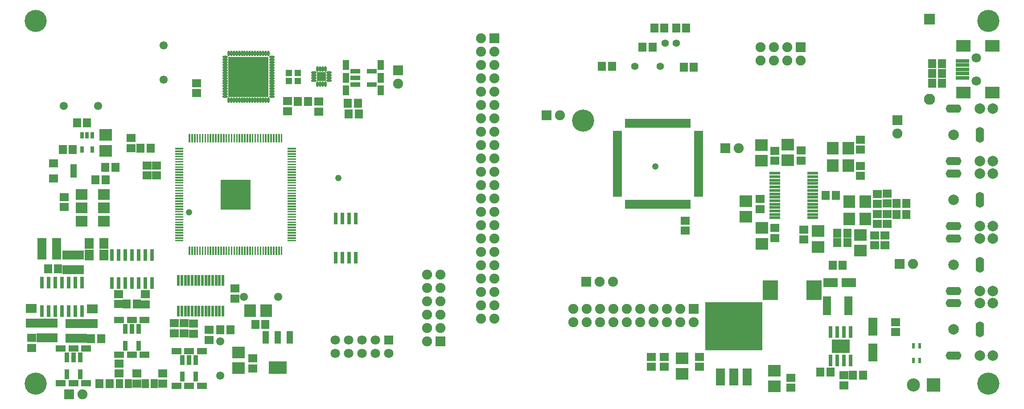
<source format=gts>
G04*
G04 #@! TF.GenerationSoftware,Altium Limited,Altium Designer,19.1.8 (144)*
G04*
G04 Layer_Color=8388736*
%FSLAX25Y25*%
%MOIN*%
G70*
G01*
G75*
%ADD13R,0.05918X0.06706*%
%ADD14R,0.06706X0.05918*%
%ADD15R,0.05131X0.04737*%
%ADD16O,0.04147X0.01981*%
%ADD17O,0.01981X0.04147*%
%ADD18R,0.29934X0.29934*%
%ADD19R,0.06509X0.06509*%
%ADD20O,0.04343X0.01784*%
%ADD21O,0.01784X0.04343*%
%ADD22R,0.07296X0.03792*%
%ADD23R,0.04737X0.07296*%
%ADD24R,0.42532X0.36233*%
%ADD25R,0.06509X0.12611*%
%ADD26R,0.08674X0.07887*%
%ADD27R,0.03162X0.08674*%
%ADD28R,0.07099X0.07887*%
%ADD29R,0.13595X0.09265*%
%ADD30R,0.04540X0.09265*%
%ADD31R,0.08674X0.09461*%
%ADD32R,0.11430X0.14973*%
%ADD33R,0.06312X0.14186*%
%ADD34R,0.07099X0.01981*%
%ADD35R,0.01981X0.07099*%
%ADD36R,0.03792X0.07296*%
%ADD37R,0.07296X0.04737*%
%ADD38R,0.02375X0.07887*%
%ADD39R,0.03162X0.05131*%
%ADD40R,0.10642X0.08674*%
%ADD41R,0.09855X0.02769*%
%ADD42R,0.07887X0.02375*%
%ADD43R,0.09461X0.08674*%
%ADD44R,0.10839X0.07099*%
%ADD45R,0.13792X0.10288*%
%ADD46R,0.05524X0.06509*%
%ADD47R,0.06706X0.05918*%
%ADD48R,0.05131X0.10249*%
%ADD49R,0.07887X0.07099*%
%ADD50R,0.07099X0.13202*%
%ADD51R,0.02375X0.04343*%
%ADD52C,0.07493*%
%ADD53R,0.07493X0.07493*%
%ADD54C,0.06115*%
%ADD55R,0.07493X0.07493*%
%ADD56C,0.08280*%
%ADD57R,0.08280X0.08280*%
%ADD58R,0.06706X0.06706*%
%ADD59C,0.07099*%
%ADD60C,0.09855*%
%ADD61R,0.09855X0.09855*%
%ADD62C,0.07887*%
%ADD63O,0.11824X0.06312*%
%ADD64O,0.06312X0.11824*%
%ADD65C,0.05600*%
%ADD66C,0.05524*%
%ADD67C,0.16548*%
%ADD68C,0.04800*%
G36*
X196457Y-106890D02*
X195276D01*
Y-100591D01*
X196457D01*
Y-106890D01*
D02*
G37*
G36*
X194488D02*
X193307D01*
Y-100591D01*
X194488D01*
Y-106890D01*
D02*
G37*
G36*
X192520D02*
X191339D01*
Y-100591D01*
X192520D01*
Y-106890D01*
D02*
G37*
G36*
X190551D02*
X189370D01*
Y-100591D01*
X190551D01*
Y-106890D01*
D02*
G37*
G36*
X188583D02*
X187402D01*
Y-100591D01*
X188583D01*
Y-106890D01*
D02*
G37*
G36*
X186614D02*
X185433D01*
Y-100591D01*
X186614D01*
Y-106890D01*
D02*
G37*
G36*
X184646D02*
X183465D01*
Y-100591D01*
X184646D01*
Y-106890D01*
D02*
G37*
G36*
X182677D02*
X181496D01*
Y-100591D01*
X182677D01*
Y-106890D01*
D02*
G37*
G36*
X180709D02*
X179528D01*
Y-100591D01*
X180709D01*
Y-106890D01*
D02*
G37*
G36*
X178740D02*
X177559D01*
Y-100591D01*
X178740D01*
Y-106890D01*
D02*
G37*
G36*
X176772D02*
X175591D01*
Y-100591D01*
X176772D01*
Y-106890D01*
D02*
G37*
G36*
X174803D02*
X173622D01*
Y-100591D01*
X174803D01*
Y-106890D01*
D02*
G37*
G36*
X172835D02*
X171653D01*
Y-100591D01*
X172835D01*
Y-106890D01*
D02*
G37*
G36*
X170866D02*
X169685D01*
Y-100591D01*
X170866D01*
Y-106890D01*
D02*
G37*
G36*
X168898D02*
X167717D01*
Y-100591D01*
X168898D01*
Y-106890D01*
D02*
G37*
G36*
X166929D02*
X165748D01*
Y-100591D01*
X166929D01*
Y-106890D01*
D02*
G37*
G36*
X164961D02*
X163779D01*
Y-100591D01*
X164961D01*
Y-106890D01*
D02*
G37*
G36*
X162992D02*
X161811D01*
Y-100591D01*
X162992D01*
Y-106890D01*
D02*
G37*
G36*
X161024D02*
X159843D01*
Y-100591D01*
X161024D01*
Y-106890D01*
D02*
G37*
G36*
X159055D02*
X157874D01*
Y-100591D01*
X159055D01*
Y-106890D01*
D02*
G37*
G36*
X157087D02*
X155905D01*
Y-100591D01*
X157087D01*
Y-106890D01*
D02*
G37*
G36*
X155118D02*
X153937D01*
Y-100591D01*
X155118D01*
Y-106890D01*
D02*
G37*
G36*
X153150D02*
X151969D01*
Y-100591D01*
X153150D01*
Y-106890D01*
D02*
G37*
G36*
X151181D02*
X150000D01*
Y-100591D01*
X151181D01*
Y-106890D01*
D02*
G37*
G36*
X149213D02*
X148031D01*
Y-100591D01*
X149213D01*
Y-106890D01*
D02*
G37*
G36*
X147244D02*
X146063D01*
Y-100591D01*
X147244D01*
Y-106890D01*
D02*
G37*
G36*
X145276D02*
X144095D01*
Y-100591D01*
X145276D01*
Y-106890D01*
D02*
G37*
G36*
X143307D02*
X142126D01*
Y-100591D01*
X143307D01*
Y-106890D01*
D02*
G37*
G36*
X141339D02*
X140157D01*
Y-100591D01*
X141339D01*
Y-106890D01*
D02*
G37*
G36*
X139370D02*
X138189D01*
Y-100591D01*
X139370D01*
Y-106890D01*
D02*
G37*
G36*
X137402D02*
X136221D01*
Y-100591D01*
X137402D01*
Y-106890D01*
D02*
G37*
G36*
X135433D02*
X134252D01*
Y-100591D01*
X135433D01*
Y-106890D01*
D02*
G37*
G36*
X133465D02*
X132283D01*
Y-100591D01*
X133465D01*
Y-106890D01*
D02*
G37*
G36*
X131496D02*
X130315D01*
Y-100591D01*
X131496D01*
Y-106890D01*
D02*
G37*
G36*
X129528D02*
X128347D01*
Y-100591D01*
X129528D01*
Y-106890D01*
D02*
G37*
G36*
X127559D02*
X126378D01*
Y-100591D01*
X127559D01*
Y-106890D01*
D02*
G37*
G36*
X206693Y-112008D02*
X200394D01*
Y-110827D01*
X206693D01*
Y-112008D01*
D02*
G37*
G36*
X122441D02*
X116142D01*
Y-110827D01*
X122441D01*
Y-112008D01*
D02*
G37*
G36*
X206693Y-113976D02*
X200394D01*
Y-112795D01*
X206693D01*
Y-113976D01*
D02*
G37*
G36*
X122441D02*
X116142D01*
Y-112795D01*
X122441D01*
Y-113976D01*
D02*
G37*
G36*
X206693Y-115945D02*
X200394D01*
Y-114764D01*
X206693D01*
Y-115945D01*
D02*
G37*
G36*
X122441D02*
X116142D01*
Y-114764D01*
X122441D01*
Y-115945D01*
D02*
G37*
G36*
X206693Y-117913D02*
X200394D01*
Y-116732D01*
X206693D01*
Y-117913D01*
D02*
G37*
G36*
X122441D02*
X116142D01*
Y-116732D01*
X122441D01*
Y-117913D01*
D02*
G37*
G36*
X206693Y-119882D02*
X200394D01*
Y-118701D01*
X206693D01*
Y-119882D01*
D02*
G37*
G36*
X122441D02*
X116142D01*
Y-118701D01*
X122441D01*
Y-119882D01*
D02*
G37*
G36*
X206693Y-121850D02*
X200394D01*
Y-120669D01*
X206693D01*
Y-121850D01*
D02*
G37*
G36*
X122441D02*
X116142D01*
Y-120669D01*
X122441D01*
Y-121850D01*
D02*
G37*
G36*
X206693Y-123819D02*
X200394D01*
Y-122638D01*
X206693D01*
Y-123819D01*
D02*
G37*
G36*
X122441D02*
X116142D01*
Y-122638D01*
X122441D01*
Y-123819D01*
D02*
G37*
G36*
X206693Y-125787D02*
X200394D01*
Y-124606D01*
X206693D01*
Y-125787D01*
D02*
G37*
G36*
X122441D02*
X116142D01*
Y-124606D01*
X122441D01*
Y-125787D01*
D02*
G37*
G36*
X206693Y-127756D02*
X200394D01*
Y-126575D01*
X206693D01*
Y-127756D01*
D02*
G37*
G36*
X122441D02*
X116142D01*
Y-126575D01*
X122441D01*
Y-127756D01*
D02*
G37*
G36*
X206693Y-129724D02*
X200394D01*
Y-128543D01*
X206693D01*
Y-129724D01*
D02*
G37*
G36*
X122441D02*
X116142D01*
Y-128543D01*
X122441D01*
Y-129724D01*
D02*
G37*
G36*
X206693Y-131693D02*
X200394D01*
Y-130512D01*
X206693D01*
Y-131693D01*
D02*
G37*
G36*
X122441D02*
X116142D01*
Y-130512D01*
X122441D01*
Y-131693D01*
D02*
G37*
G36*
X206693Y-133661D02*
X200394D01*
Y-132480D01*
X206693D01*
Y-133661D01*
D02*
G37*
G36*
X122441D02*
X116142D01*
Y-132480D01*
X122441D01*
Y-133661D01*
D02*
G37*
G36*
X206693Y-135630D02*
X200394D01*
Y-134449D01*
X206693D01*
Y-135630D01*
D02*
G37*
G36*
X122441D02*
X116142D01*
Y-134449D01*
X122441D01*
Y-135630D01*
D02*
G37*
G36*
X206693Y-137598D02*
X200394D01*
Y-136417D01*
X206693D01*
Y-137598D01*
D02*
G37*
G36*
X122441D02*
X116142D01*
Y-136417D01*
X122441D01*
Y-137598D01*
D02*
G37*
G36*
X206693Y-139567D02*
X200394D01*
Y-138386D01*
X206693D01*
Y-139567D01*
D02*
G37*
G36*
X122441D02*
X116142D01*
Y-138386D01*
X122441D01*
Y-139567D01*
D02*
G37*
G36*
X206693Y-141535D02*
X200394D01*
Y-140354D01*
X206693D01*
Y-141535D01*
D02*
G37*
G36*
X122441D02*
X116142D01*
Y-140354D01*
X122441D01*
Y-141535D01*
D02*
G37*
G36*
X206693Y-143504D02*
X200394D01*
Y-142323D01*
X206693D01*
Y-143504D01*
D02*
G37*
G36*
X122441D02*
X116142D01*
Y-142323D01*
X122441D01*
Y-143504D01*
D02*
G37*
G36*
X206693Y-145473D02*
X200394D01*
Y-144291D01*
X206693D01*
Y-145473D01*
D02*
G37*
G36*
X122441D02*
X116142D01*
Y-144291D01*
X122441D01*
Y-145473D01*
D02*
G37*
G36*
X206693Y-147441D02*
X200394D01*
Y-146260D01*
X206693D01*
Y-147441D01*
D02*
G37*
G36*
X122441D02*
X116142D01*
Y-146260D01*
X122441D01*
Y-147441D01*
D02*
G37*
G36*
X206693Y-149409D02*
X200394D01*
Y-148228D01*
X206693D01*
Y-149409D01*
D02*
G37*
G36*
X122441D02*
X116142D01*
Y-148228D01*
X122441D01*
Y-149409D01*
D02*
G37*
G36*
X206693Y-151378D02*
X200394D01*
Y-150197D01*
X206693D01*
Y-151378D01*
D02*
G37*
G36*
X122441D02*
X116142D01*
Y-150197D01*
X122441D01*
Y-151378D01*
D02*
G37*
G36*
X206693Y-153347D02*
X200394D01*
Y-152165D01*
X206693D01*
Y-153347D01*
D02*
G37*
G36*
X122441D02*
X116142D01*
Y-152165D01*
X122441D01*
Y-153347D01*
D02*
G37*
G36*
X206693Y-155315D02*
X200394D01*
Y-154134D01*
X206693D01*
Y-155315D01*
D02*
G37*
G36*
X122441D02*
X116142D01*
Y-154134D01*
X122441D01*
Y-155315D01*
D02*
G37*
G36*
X172638Y-157087D02*
X150197D01*
Y-134646D01*
X172638D01*
Y-157087D01*
D02*
G37*
G36*
X206693Y-157283D02*
X200394D01*
Y-156102D01*
X206693D01*
Y-157283D01*
D02*
G37*
G36*
X122441D02*
X116142D01*
Y-156102D01*
X122441D01*
Y-157283D01*
D02*
G37*
G36*
X206693Y-159252D02*
X200394D01*
Y-158071D01*
X206693D01*
Y-159252D01*
D02*
G37*
G36*
X122441D02*
X116142D01*
Y-158071D01*
X122441D01*
Y-159252D01*
D02*
G37*
G36*
X206693Y-161221D02*
X200394D01*
Y-160039D01*
X206693D01*
Y-161221D01*
D02*
G37*
G36*
X122441D02*
X116142D01*
Y-160039D01*
X122441D01*
Y-161221D01*
D02*
G37*
G36*
X206693Y-163189D02*
X200394D01*
Y-162008D01*
X206693D01*
Y-163189D01*
D02*
G37*
G36*
X122441D02*
X116142D01*
Y-162008D01*
X122441D01*
Y-163189D01*
D02*
G37*
G36*
X206693Y-165157D02*
X200394D01*
Y-163976D01*
X206693D01*
Y-165157D01*
D02*
G37*
G36*
X122441D02*
X116142D01*
Y-163976D01*
X122441D01*
Y-165157D01*
D02*
G37*
G36*
X206693Y-167126D02*
X200394D01*
Y-165945D01*
X206693D01*
Y-167126D01*
D02*
G37*
G36*
X122441D02*
X116142D01*
Y-165945D01*
X122441D01*
Y-167126D01*
D02*
G37*
G36*
X206693Y-169095D02*
X200394D01*
Y-167913D01*
X206693D01*
Y-169095D01*
D02*
G37*
G36*
X122441D02*
X116142D01*
Y-167913D01*
X122441D01*
Y-169095D01*
D02*
G37*
G36*
X206693Y-171063D02*
X200394D01*
Y-169882D01*
X206693D01*
Y-171063D01*
D02*
G37*
G36*
X122441D02*
X116142D01*
Y-169882D01*
X122441D01*
Y-171063D01*
D02*
G37*
G36*
X206693Y-173031D02*
X200394D01*
Y-171850D01*
X206693D01*
Y-173031D01*
D02*
G37*
G36*
X122441D02*
X116142D01*
Y-171850D01*
X122441D01*
Y-173031D01*
D02*
G37*
G36*
X206693Y-175000D02*
X200394D01*
Y-173819D01*
X206693D01*
Y-175000D01*
D02*
G37*
G36*
X122441D02*
X116142D01*
Y-173819D01*
X122441D01*
Y-175000D01*
D02*
G37*
G36*
X206693Y-176969D02*
X200394D01*
Y-175787D01*
X206693D01*
Y-176969D01*
D02*
G37*
G36*
X122441D02*
X116142D01*
Y-175787D01*
X122441D01*
Y-176969D01*
D02*
G37*
G36*
X206693Y-178937D02*
X200394D01*
Y-177756D01*
X206693D01*
Y-178937D01*
D02*
G37*
G36*
X122441D02*
X116142D01*
Y-177756D01*
X122441D01*
Y-178937D01*
D02*
G37*
G36*
X206693Y-180905D02*
X200394D01*
Y-179724D01*
X206693D01*
Y-180905D01*
D02*
G37*
G36*
X122441D02*
X116142D01*
Y-179724D01*
X122441D01*
Y-180905D01*
D02*
G37*
G36*
X196457Y-191142D02*
X195276D01*
Y-184843D01*
X196457D01*
Y-191142D01*
D02*
G37*
G36*
X194488D02*
X193307D01*
Y-184843D01*
X194488D01*
Y-191142D01*
D02*
G37*
G36*
X192520D02*
X191339D01*
Y-184843D01*
X192520D01*
Y-191142D01*
D02*
G37*
G36*
X190551D02*
X189370D01*
Y-184843D01*
X190551D01*
Y-191142D01*
D02*
G37*
G36*
X188583D02*
X187402D01*
Y-184843D01*
X188583D01*
Y-191142D01*
D02*
G37*
G36*
X186614D02*
X185433D01*
Y-184843D01*
X186614D01*
Y-191142D01*
D02*
G37*
G36*
X184646D02*
X183465D01*
Y-184843D01*
X184646D01*
Y-191142D01*
D02*
G37*
G36*
X182677D02*
X181496D01*
Y-184843D01*
X182677D01*
Y-191142D01*
D02*
G37*
G36*
X180709D02*
X179528D01*
Y-184843D01*
X180709D01*
Y-191142D01*
D02*
G37*
G36*
X178740D02*
X177559D01*
Y-184843D01*
X178740D01*
Y-191142D01*
D02*
G37*
G36*
X176772D02*
X175591D01*
Y-184843D01*
X176772D01*
Y-191142D01*
D02*
G37*
G36*
X174803D02*
X173622D01*
Y-184843D01*
X174803D01*
Y-191142D01*
D02*
G37*
G36*
X172835D02*
X171653D01*
Y-184843D01*
X172835D01*
Y-191142D01*
D02*
G37*
G36*
X170866D02*
X169685D01*
Y-184843D01*
X170866D01*
Y-191142D01*
D02*
G37*
G36*
X168898D02*
X167717D01*
Y-184843D01*
X168898D01*
Y-191142D01*
D02*
G37*
G36*
X166929D02*
X165748D01*
Y-184843D01*
X166929D01*
Y-191142D01*
D02*
G37*
G36*
X164961D02*
X163779D01*
Y-184843D01*
X164961D01*
Y-191142D01*
D02*
G37*
G36*
X162992D02*
X161811D01*
Y-184843D01*
X162992D01*
Y-191142D01*
D02*
G37*
G36*
X161024D02*
X159843D01*
Y-184843D01*
X161024D01*
Y-191142D01*
D02*
G37*
G36*
X159055D02*
X157874D01*
Y-184843D01*
X159055D01*
Y-191142D01*
D02*
G37*
G36*
X157087D02*
X155905D01*
Y-184843D01*
X157087D01*
Y-191142D01*
D02*
G37*
G36*
X155118D02*
X153937D01*
Y-184843D01*
X155118D01*
Y-191142D01*
D02*
G37*
G36*
X153150D02*
X151969D01*
Y-184843D01*
X153150D01*
Y-191142D01*
D02*
G37*
G36*
X151181D02*
X150000D01*
Y-184843D01*
X151181D01*
Y-191142D01*
D02*
G37*
G36*
X149213D02*
X148031D01*
Y-184843D01*
X149213D01*
Y-191142D01*
D02*
G37*
G36*
X147244D02*
X146063D01*
Y-184843D01*
X147244D01*
Y-191142D01*
D02*
G37*
G36*
X145276D02*
X144095D01*
Y-184843D01*
X145276D01*
Y-191142D01*
D02*
G37*
G36*
X143307D02*
X142126D01*
Y-184843D01*
X143307D01*
Y-191142D01*
D02*
G37*
G36*
X141339D02*
X140157D01*
Y-184843D01*
X141339D01*
Y-191142D01*
D02*
G37*
G36*
X139370D02*
X138189D01*
Y-184843D01*
X139370D01*
Y-191142D01*
D02*
G37*
G36*
X137402D02*
X136221D01*
Y-184843D01*
X137402D01*
Y-191142D01*
D02*
G37*
G36*
X135433D02*
X134252D01*
Y-184843D01*
X135433D01*
Y-191142D01*
D02*
G37*
G36*
X133465D02*
X132283D01*
Y-184843D01*
X133465D01*
Y-191142D01*
D02*
G37*
G36*
X131496D02*
X130315D01*
Y-184843D01*
X131496D01*
Y-191142D01*
D02*
G37*
G36*
X129528D02*
X128347D01*
Y-184843D01*
X129528D01*
Y-191142D01*
D02*
G37*
G36*
X127559D02*
X126378D01*
Y-184843D01*
X127559D01*
Y-191142D01*
D02*
G37*
D13*
X215551Y-75984D02*
D03*
X208071D02*
D03*
X252952Y-77559D02*
D03*
X245471D02*
D03*
X246081Y-85539D02*
D03*
X253561D02*
D03*
X655512Y-160630D02*
D03*
X662992D02*
D03*
X64173Y-134646D02*
D03*
X56693D02*
D03*
X183661Y-243110D02*
D03*
X176181D02*
D03*
X682283Y-55118D02*
D03*
X689764D02*
D03*
X682283Y-47638D02*
D03*
X689764D02*
D03*
X655512Y-152362D02*
D03*
X662992D02*
D03*
X611417Y-181890D02*
D03*
X618898D02*
D03*
X630549Y-281204D02*
D03*
X623069D02*
D03*
X606177Y-278723D02*
D03*
X598697D02*
D03*
X442913Y-49606D02*
D03*
X435433D02*
D03*
X496654Y-50591D02*
D03*
X504134D02*
D03*
X474606Y-21063D02*
D03*
X482087D02*
D03*
X498425Y-21260D02*
D03*
X490945D02*
D03*
X80118Y-227756D02*
D03*
X87598D02*
D03*
X53347Y-253740D02*
D03*
X60827D02*
D03*
X689764Y-62598D02*
D03*
X682283D02*
D03*
X611417Y-174803D02*
D03*
X618898D02*
D03*
X465748Y-35433D02*
D03*
X473228D02*
D03*
X50428Y-92236D02*
D03*
X42948D02*
D03*
X28740Y-201575D02*
D03*
X21260D02*
D03*
X90354Y-111221D02*
D03*
X97835D02*
D03*
X607874Y-198819D02*
D03*
X615354D02*
D03*
X150000Y-247244D02*
D03*
X157480D02*
D03*
X59720Y-287402D02*
D03*
X67200D02*
D03*
X602669Y-146473D02*
D03*
X610150D02*
D03*
X64057Y-125357D02*
D03*
X71538D02*
D03*
X39795Y-112224D02*
D03*
X32315D02*
D03*
D14*
X200394Y-75789D02*
D03*
Y-83269D02*
D03*
X223622Y-76182D02*
D03*
Y-83663D02*
D03*
X132283Y-69882D02*
D03*
Y-62402D02*
D03*
X628740Y-112205D02*
D03*
Y-104724D02*
D03*
X564567Y-112992D02*
D03*
Y-120472D02*
D03*
X641142Y-160433D02*
D03*
Y-167913D02*
D03*
X648622Y-160433D02*
D03*
Y-167913D02*
D03*
X564567Y-170866D02*
D03*
Y-178347D02*
D03*
X655118Y-241339D02*
D03*
Y-248819D02*
D03*
X472448Y-267311D02*
D03*
Y-274791D02*
D03*
X83465Y-103543D02*
D03*
Y-111024D02*
D03*
X174409Y-275984D02*
D03*
Y-268504D02*
D03*
X115748Y-249606D02*
D03*
Y-242126D02*
D03*
X141732Y-254724D02*
D03*
Y-247244D02*
D03*
X87795Y-279921D02*
D03*
Y-287402D02*
D03*
X648622Y-152559D02*
D03*
Y-145079D02*
D03*
X497638Y-165354D02*
D03*
Y-172835D02*
D03*
X584449Y-112795D02*
D03*
Y-120276D02*
D03*
X628740Y-124409D02*
D03*
Y-131890D02*
D03*
X646850Y-183858D02*
D03*
Y-176378D02*
D03*
X639370Y-183858D02*
D03*
Y-176378D02*
D03*
X641339Y-152756D02*
D03*
Y-145276D02*
D03*
X616185Y-281233D02*
D03*
Y-288713D02*
D03*
X586221Y-172047D02*
D03*
Y-179528D02*
D03*
X576772Y-290551D02*
D03*
Y-283071D02*
D03*
X553543Y-149213D02*
D03*
Y-156693D02*
D03*
X481890Y-267323D02*
D03*
Y-274803D02*
D03*
X161024Y-223622D02*
D03*
Y-216142D02*
D03*
X122835Y-242126D02*
D03*
Y-249606D02*
D03*
X130000Y-250029D02*
D03*
Y-242548D02*
D03*
X94095Y-227953D02*
D03*
Y-220472D02*
D03*
X95276Y-131496D02*
D03*
Y-124016D02*
D03*
X102362D02*
D03*
Y-131496D02*
D03*
X107087Y-279921D02*
D03*
Y-287402D02*
D03*
X73819Y-220276D02*
D03*
Y-227756D02*
D03*
X74410Y-272441D02*
D03*
Y-279921D02*
D03*
X9055Y-260630D02*
D03*
Y-253150D02*
D03*
X508268Y-267323D02*
D03*
Y-274803D02*
D03*
X33465Y-155118D02*
D03*
Y-147638D02*
D03*
D15*
X201378Y-54724D02*
D03*
X208071D02*
D03*
X201378Y-60630D02*
D03*
X208071D02*
D03*
D16*
X188583Y-72441D02*
D03*
Y-70472D02*
D03*
Y-68504D02*
D03*
Y-66535D02*
D03*
Y-64567D02*
D03*
Y-62598D02*
D03*
Y-60630D02*
D03*
Y-58661D02*
D03*
Y-56693D02*
D03*
Y-54724D02*
D03*
Y-52756D02*
D03*
Y-50787D02*
D03*
Y-48819D02*
D03*
Y-46850D02*
D03*
Y-44882D02*
D03*
Y-42913D02*
D03*
X153543D02*
D03*
Y-44882D02*
D03*
Y-46850D02*
D03*
Y-48819D02*
D03*
Y-50787D02*
D03*
Y-52756D02*
D03*
Y-54724D02*
D03*
Y-56693D02*
D03*
Y-58661D02*
D03*
Y-60630D02*
D03*
Y-62598D02*
D03*
Y-64567D02*
D03*
Y-66535D02*
D03*
Y-68504D02*
D03*
Y-70472D02*
D03*
Y-72441D02*
D03*
D17*
X185827Y-40157D02*
D03*
X183858D02*
D03*
X181890D02*
D03*
X179921D02*
D03*
X177953D02*
D03*
X175984D02*
D03*
X174016D02*
D03*
X172047D02*
D03*
X170079D02*
D03*
X168110D02*
D03*
X166142D02*
D03*
X164173D02*
D03*
X162205D02*
D03*
X160236D02*
D03*
X158268D02*
D03*
X156299D02*
D03*
Y-75197D02*
D03*
X158268D02*
D03*
X160236D02*
D03*
X162205D02*
D03*
X164173D02*
D03*
X166142D02*
D03*
X168110D02*
D03*
X170079D02*
D03*
X172047D02*
D03*
X174016D02*
D03*
X175984D02*
D03*
X177953D02*
D03*
X179921D02*
D03*
X181890D02*
D03*
X183858D02*
D03*
X185827D02*
D03*
D18*
X171063Y-57677D02*
D03*
D19*
X225590Y-57480D02*
D03*
D20*
X231299Y-54528D02*
D03*
Y-56496D02*
D03*
Y-58465D02*
D03*
Y-60433D02*
D03*
X219882D02*
D03*
Y-58465D02*
D03*
Y-56496D02*
D03*
Y-54528D02*
D03*
D21*
X228543Y-63189D02*
D03*
X226575D02*
D03*
X224606D02*
D03*
X222638D02*
D03*
Y-51772D02*
D03*
X224606D02*
D03*
X226575D02*
D03*
X228543D02*
D03*
D22*
X250827Y-63268D02*
D03*
X263347D02*
D03*
Y-53268D02*
D03*
X250827D02*
D03*
Y-58268D02*
D03*
D23*
X270079Y-48819D02*
D03*
Y-58268D02*
D03*
Y-67716D02*
D03*
X244094D02*
D03*
Y-58268D02*
D03*
Y-48819D02*
D03*
D24*
X534016Y-244488D02*
D03*
D25*
X544016Y-282283D02*
D03*
X534016D02*
D03*
X524016D02*
D03*
D26*
X62992Y-155669D02*
D03*
X46457D02*
D03*
X62992Y-145669D02*
D03*
Y-165669D02*
D03*
X46457D02*
D03*
Y-145669D02*
D03*
D27*
X68898Y-190945D02*
D03*
X73898D02*
D03*
X78898D02*
D03*
X83898D02*
D03*
X88898D02*
D03*
X93898D02*
D03*
X98898D02*
D03*
Y-212205D02*
D03*
X93898D02*
D03*
X88898D02*
D03*
X83898D02*
D03*
X78898D02*
D03*
X73898D02*
D03*
X68898D02*
D03*
X46496Y-233110D02*
D03*
X41496D02*
D03*
X36496D02*
D03*
X31496D02*
D03*
X26496D02*
D03*
X21496D02*
D03*
X16496D02*
D03*
Y-211850D02*
D03*
X21496D02*
D03*
X26496D02*
D03*
X31496D02*
D03*
X36496D02*
D03*
X41496D02*
D03*
X46496D02*
D03*
X606185Y-248717D02*
D03*
X611185D02*
D03*
X616185D02*
D03*
X621185D02*
D03*
Y-269977D02*
D03*
X616185D02*
D03*
X611185D02*
D03*
X606185D02*
D03*
X251144Y-193061D02*
D03*
X246144D02*
D03*
X241144D02*
D03*
X236144D02*
D03*
Y-163927D02*
D03*
X241144D02*
D03*
X246144D02*
D03*
X251144D02*
D03*
D28*
X62992Y-190945D02*
D03*
X51968D02*
D03*
X62992Y-182283D02*
D03*
X51968D02*
D03*
X27559Y-190551D02*
D03*
X16535D02*
D03*
X27559Y-182283D02*
D03*
X16535D02*
D03*
D29*
X192913Y-275590D02*
D03*
D30*
X183858Y-252756D02*
D03*
X192913D02*
D03*
X201969D02*
D03*
D31*
X172441Y-232677D02*
D03*
X184252D02*
D03*
X632283Y-164173D02*
D03*
X620472D02*
D03*
X619685Y-124016D02*
D03*
X607874D02*
D03*
X619685Y-111024D02*
D03*
X607874D02*
D03*
X632283Y-151181D02*
D03*
X620472D02*
D03*
D32*
X594095Y-217323D02*
D03*
X561417D02*
D03*
D33*
X603543Y-229134D02*
D03*
X619685D02*
D03*
D34*
X507480Y-99213D02*
D03*
Y-101181D02*
D03*
Y-103150D02*
D03*
Y-105118D02*
D03*
Y-107087D02*
D03*
Y-109055D02*
D03*
Y-111024D02*
D03*
Y-112992D02*
D03*
Y-114961D02*
D03*
Y-116929D02*
D03*
Y-118898D02*
D03*
Y-120866D02*
D03*
Y-122835D02*
D03*
Y-124803D02*
D03*
Y-126772D02*
D03*
Y-128740D02*
D03*
Y-130709D02*
D03*
Y-132677D02*
D03*
Y-134646D02*
D03*
Y-136614D02*
D03*
Y-138583D02*
D03*
Y-140551D02*
D03*
Y-142520D02*
D03*
Y-144488D02*
D03*
Y-146457D02*
D03*
X446850D02*
D03*
Y-144488D02*
D03*
Y-142520D02*
D03*
Y-140551D02*
D03*
Y-138583D02*
D03*
Y-136614D02*
D03*
Y-134646D02*
D03*
Y-132677D02*
D03*
Y-130709D02*
D03*
Y-128740D02*
D03*
Y-126772D02*
D03*
Y-124803D02*
D03*
Y-122835D02*
D03*
Y-120866D02*
D03*
Y-118898D02*
D03*
Y-116929D02*
D03*
Y-114961D02*
D03*
Y-112992D02*
D03*
Y-111024D02*
D03*
Y-109055D02*
D03*
Y-107087D02*
D03*
Y-105118D02*
D03*
Y-103150D02*
D03*
Y-101181D02*
D03*
Y-99213D02*
D03*
D35*
X500787Y-153150D02*
D03*
X498819D02*
D03*
X496850D02*
D03*
X494882D02*
D03*
X492913D02*
D03*
X490945D02*
D03*
X488976D02*
D03*
X487008D02*
D03*
X485039D02*
D03*
X483071D02*
D03*
X481102D02*
D03*
X479134D02*
D03*
X477165D02*
D03*
X475197D02*
D03*
X473228D02*
D03*
X471260D02*
D03*
X469291D02*
D03*
X467323D02*
D03*
X465354D02*
D03*
X463386D02*
D03*
X461417D02*
D03*
X459449D02*
D03*
X457480D02*
D03*
X455512D02*
D03*
X453543D02*
D03*
Y-92520D02*
D03*
X455512D02*
D03*
X457480D02*
D03*
X459449D02*
D03*
X461417D02*
D03*
X463386D02*
D03*
X465354D02*
D03*
X467323D02*
D03*
X469291D02*
D03*
X471260D02*
D03*
X473228D02*
D03*
X475197D02*
D03*
X477165D02*
D03*
X479134D02*
D03*
X481102D02*
D03*
X483071D02*
D03*
X485039D02*
D03*
X487008D02*
D03*
X488976D02*
D03*
X490945D02*
D03*
X492913D02*
D03*
X494882D02*
D03*
X496850D02*
D03*
X498819D02*
D03*
X500787D02*
D03*
D36*
X78858Y-246496D02*
D03*
Y-259016D02*
D03*
X88858D02*
D03*
Y-246496D02*
D03*
X83858D02*
D03*
X121772Y-269724D02*
D03*
Y-282244D02*
D03*
X131772D02*
D03*
Y-269724D02*
D03*
X126772D02*
D03*
X35157Y-267756D02*
D03*
Y-280276D02*
D03*
X45158D02*
D03*
Y-267756D02*
D03*
X40157D02*
D03*
D37*
X93307Y-265748D02*
D03*
X83858D02*
D03*
X74410D02*
D03*
Y-239764D02*
D03*
X83858D02*
D03*
X93307D02*
D03*
X136221Y-288976D02*
D03*
X126772D02*
D03*
X117323D02*
D03*
Y-262992D02*
D03*
X126772D02*
D03*
X136221D02*
D03*
X49606Y-287008D02*
D03*
X40157D02*
D03*
X30709D02*
D03*
Y-261024D02*
D03*
X40157D02*
D03*
X49606D02*
D03*
D38*
X151969Y-233071D02*
D03*
X149409D02*
D03*
X146850D02*
D03*
X144291D02*
D03*
X141732D02*
D03*
X139173D02*
D03*
X136614D02*
D03*
X134055D02*
D03*
X131496D02*
D03*
X128937D02*
D03*
X126378D02*
D03*
X123819D02*
D03*
X121260D02*
D03*
X118701Y-233072D02*
D03*
Y-210236D02*
D03*
X121260D02*
D03*
X123819D02*
D03*
X126378D02*
D03*
X128937D02*
D03*
X131496D02*
D03*
X134055D02*
D03*
X136614D02*
D03*
X139173D02*
D03*
X141732D02*
D03*
X144291D02*
D03*
X146850D02*
D03*
X149409D02*
D03*
X151969D02*
D03*
D39*
X54187Y-112230D02*
D03*
X46707D02*
D03*
Y-101600D02*
D03*
X50447D02*
D03*
X54187D02*
D03*
D40*
X727165Y-34449D02*
D03*
Y-69488D02*
D03*
X705512Y-34449D02*
D03*
Y-69488D02*
D03*
D41*
X705118Y-45669D02*
D03*
Y-48819D02*
D03*
Y-51968D02*
D03*
Y-55118D02*
D03*
Y-58268D02*
D03*
D42*
X592913Y-129921D02*
D03*
Y-132480D02*
D03*
Y-135039D02*
D03*
Y-137598D02*
D03*
Y-140157D02*
D03*
Y-142717D02*
D03*
Y-145276D02*
D03*
Y-147835D02*
D03*
Y-150394D02*
D03*
Y-152953D02*
D03*
Y-155512D02*
D03*
Y-158071D02*
D03*
Y-160630D02*
D03*
X592914Y-163189D02*
D03*
X564567D02*
D03*
Y-160630D02*
D03*
Y-158071D02*
D03*
Y-155512D02*
D03*
Y-152953D02*
D03*
Y-150394D02*
D03*
Y-147835D02*
D03*
Y-145276D02*
D03*
Y-142717D02*
D03*
Y-140157D02*
D03*
Y-137598D02*
D03*
Y-135039D02*
D03*
Y-132480D02*
D03*
Y-129921D02*
D03*
D43*
X596850Y-185039D02*
D03*
Y-173228D02*
D03*
X564173Y-277756D02*
D03*
Y-289567D02*
D03*
X574409Y-108268D02*
D03*
Y-120079D02*
D03*
X554724Y-108661D02*
D03*
Y-120473D02*
D03*
X64173Y-101252D02*
D03*
Y-113063D02*
D03*
X628740Y-187795D02*
D03*
Y-175984D02*
D03*
X543000Y-162480D02*
D03*
Y-150669D02*
D03*
X555118Y-182677D02*
D03*
Y-170866D02*
D03*
X495276Y-280118D02*
D03*
Y-268307D02*
D03*
X163779Y-263976D02*
D03*
Y-275787D02*
D03*
D44*
X620079Y-211811D02*
D03*
X606299D02*
D03*
D45*
X614078Y-259347D02*
D03*
D46*
X74606Y-287598D02*
D03*
X81299D02*
D03*
X94095Y-287402D02*
D03*
X100787D02*
D03*
D47*
X25197Y-133858D02*
D03*
Y-122441D02*
D03*
D48*
X40157Y-128150D02*
D03*
D49*
X44094Y-190945D02*
D03*
Y-201969D02*
D03*
X24409Y-242126D02*
D03*
Y-253150D02*
D03*
X46457Y-242520D02*
D03*
Y-253543D02*
D03*
X54331Y-231496D02*
D03*
Y-242520D02*
D03*
X35827Y-190945D02*
D03*
Y-201969D02*
D03*
X38189Y-242520D02*
D03*
Y-253543D02*
D03*
X16535Y-242126D02*
D03*
Y-253150D02*
D03*
X8661Y-231102D02*
D03*
Y-242126D02*
D03*
D50*
X638058Y-263984D02*
D03*
Y-244692D02*
D03*
D51*
X668307Y-270079D02*
D03*
Y-259055D02*
D03*
X672835Y-270079D02*
D03*
Y-259055D02*
D03*
D52*
X304567Y-205906D02*
D03*
X314567D02*
D03*
X304567Y-215905D02*
D03*
X314567D02*
D03*
X304567Y-225905D02*
D03*
X314567D02*
D03*
X304567Y-235906D02*
D03*
X314567D02*
D03*
X304567Y-245905D02*
D03*
X314567D02*
D03*
X304567Y-255906D02*
D03*
X282933Y-62874D02*
D03*
X413937Y-241339D02*
D03*
Y-231339D02*
D03*
X423937Y-241339D02*
D03*
Y-231339D02*
D03*
X433937Y-241339D02*
D03*
Y-231339D02*
D03*
X443937Y-241339D02*
D03*
Y-231339D02*
D03*
X453937Y-241339D02*
D03*
Y-231339D02*
D03*
X463937Y-241339D02*
D03*
Y-231339D02*
D03*
X473937Y-241339D02*
D03*
Y-231339D02*
D03*
X483937Y-241339D02*
D03*
Y-231339D02*
D03*
X493937Y-241339D02*
D03*
Y-231339D02*
D03*
X503937Y-241339D02*
D03*
X537559Y-111024D02*
D03*
X668060Y-197808D02*
D03*
X443622Y-211024D02*
D03*
X433622D02*
D03*
X656299Y-100000D02*
D03*
X345118Y-238740D02*
D03*
X355118D02*
D03*
X345118Y-228740D02*
D03*
X355118D02*
D03*
X345118Y-218740D02*
D03*
X355118D02*
D03*
X345118Y-208740D02*
D03*
X355118D02*
D03*
X345118Y-198740D02*
D03*
X355118D02*
D03*
X345118Y-188740D02*
D03*
X355118D02*
D03*
X345118Y-178740D02*
D03*
X355118D02*
D03*
X345118Y-168740D02*
D03*
X355118D02*
D03*
X345118Y-158740D02*
D03*
X355118D02*
D03*
X345118Y-148740D02*
D03*
X355118D02*
D03*
X345118Y-138740D02*
D03*
X355118D02*
D03*
X345118Y-128740D02*
D03*
X355118D02*
D03*
X345118Y-118740D02*
D03*
X355118D02*
D03*
X345118Y-108740D02*
D03*
X355118D02*
D03*
X345118Y-98740D02*
D03*
X355118D02*
D03*
X345118Y-88740D02*
D03*
X355118D02*
D03*
X345118Y-78740D02*
D03*
X355118D02*
D03*
X345118Y-68740D02*
D03*
X355118D02*
D03*
X345118Y-58740D02*
D03*
X355118D02*
D03*
X345118Y-48740D02*
D03*
X355118D02*
D03*
X345118Y-38740D02*
D03*
X355118D02*
D03*
X345118Y-28740D02*
D03*
X554016Y-45512D02*
D03*
Y-35512D02*
D03*
X564016Y-45512D02*
D03*
Y-35512D02*
D03*
X574016Y-45512D02*
D03*
Y-35512D02*
D03*
X584016Y-45512D02*
D03*
X404104Y-86386D02*
D03*
X47126Y-295394D02*
D03*
D53*
X314567Y-255906D02*
D03*
X282933Y-52874D02*
D03*
X656299Y-90000D02*
D03*
X355118Y-28740D02*
D03*
D54*
X107480Y-34055D02*
D03*
Y-59646D02*
D03*
X193307Y-222441D02*
D03*
X167717D02*
D03*
X150000Y-281496D02*
D03*
Y-255906D02*
D03*
X58608Y-79431D02*
D03*
X33018D02*
D03*
D55*
X503937Y-231339D02*
D03*
X527559Y-111024D02*
D03*
X658060Y-197808D02*
D03*
X423622Y-211024D02*
D03*
X584016Y-35512D02*
D03*
X394104Y-86386D02*
D03*
X37126Y-295394D02*
D03*
D56*
X680315Y-74410D02*
D03*
D57*
Y-14567D02*
D03*
D58*
X275901Y-254900D02*
D03*
D59*
X255901D02*
D03*
X265901D02*
D03*
X235901Y-264900D02*
D03*
X245901D02*
D03*
X255901D02*
D03*
X265901D02*
D03*
X275901D02*
D03*
X245901Y-254900D02*
D03*
X235901D02*
D03*
X715354Y-43305D02*
D03*
Y-60628D02*
D03*
D60*
X668287Y-288583D02*
D03*
D61*
X683287D02*
D03*
D62*
X717913Y-81496D02*
D03*
X727756D02*
D03*
X698228Y-101181D02*
D03*
X717913Y-120866D02*
D03*
X727756D02*
D03*
X717913Y-227165D02*
D03*
X727756D02*
D03*
X698228Y-246850D02*
D03*
X717913Y-266535D02*
D03*
X727756D02*
D03*
X717913Y-130118D02*
D03*
X727756D02*
D03*
X698228Y-149803D02*
D03*
X717913Y-169488D02*
D03*
X727756D02*
D03*
X717913Y-178740D02*
D03*
X727756D02*
D03*
X698228Y-198425D02*
D03*
X717913Y-218110D02*
D03*
X727756D02*
D03*
D63*
X698228Y-81496D02*
D03*
Y-120866D02*
D03*
Y-227165D02*
D03*
Y-266535D02*
D03*
Y-130118D02*
D03*
Y-169488D02*
D03*
Y-178740D02*
D03*
Y-218110D02*
D03*
D64*
X717913Y-101181D02*
D03*
Y-246850D02*
D03*
Y-149803D02*
D03*
Y-198425D02*
D03*
D65*
X460134Y-49606D02*
D03*
X479134D02*
D03*
D66*
X490945Y-32283D02*
D03*
X482677D02*
D03*
D67*
X161417Y-145669D02*
D03*
X724409Y-15748D02*
D03*
Y-287402D02*
D03*
X11811Y-15748D02*
D03*
Y-287402D02*
D03*
X421260Y-90551D02*
D03*
D68*
X475213Y-124729D02*
D03*
X238289Y-133547D02*
D03*
X126568Y-158988D02*
D03*
M02*

</source>
